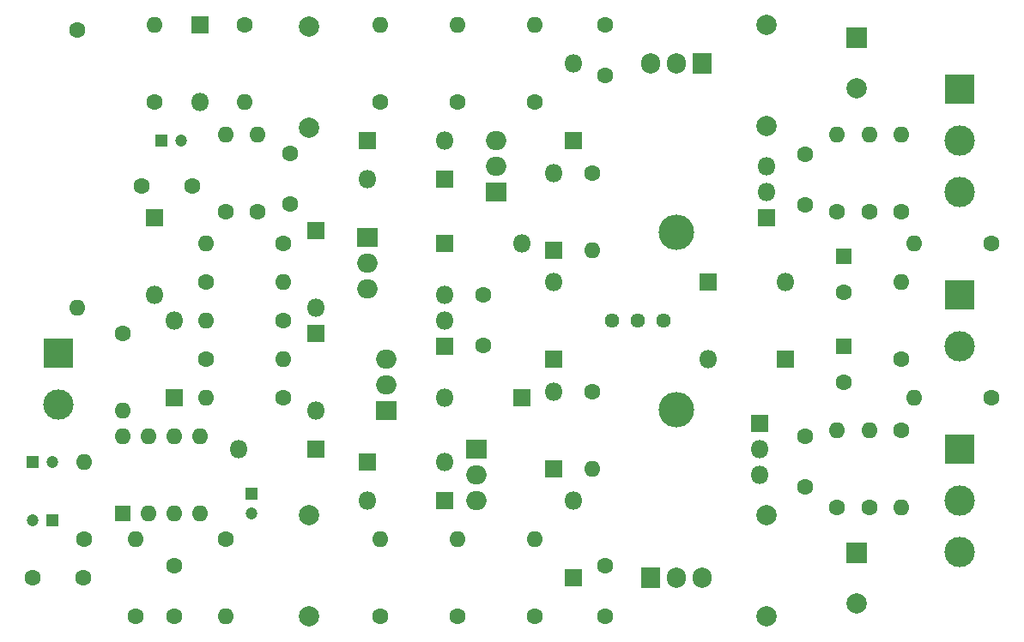
<source format=gbr>
%TF.GenerationSoftware,KiCad,Pcbnew,(5.1.9)-1*%
%TF.CreationDate,2021-06-08T11:17:56-03:00*%
%TF.ProjectId,amp1000,616d7031-3030-4302-9e6b-696361645f70,rev?*%
%TF.SameCoordinates,Original*%
%TF.FileFunction,Soldermask,Top*%
%TF.FilePolarity,Negative*%
%FSLAX46Y46*%
G04 Gerber Fmt 4.6, Leading zero omitted, Abs format (unit mm)*
G04 Created by KiCad (PCBNEW (5.1.9)-1) date 2021-06-08 11:17:56*
%MOMM*%
%LPD*%
G01*
G04 APERTURE LIST*
%ADD10O,1.600000X1.600000*%
%ADD11C,1.600000*%
%ADD12R,1.600000X1.600000*%
%ADD13C,1.440000*%
%ADD14O,1.905000X2.000000*%
%ADD15R,1.905000X2.000000*%
%ADD16O,3.500000X3.500000*%
%ADD17O,1.800000X1.800000*%
%ADD18R,1.800000X1.800000*%
%ADD19O,2.000000X1.905000*%
%ADD20R,2.000000X1.905000*%
%ADD21C,3.000000*%
%ADD22R,3.000000X3.000000*%
%ADD23C,2.000000*%
%ADD24R,2.000000X2.000000*%
%ADD25C,1.200000*%
%ADD26R,1.200000X1.200000*%
G04 APERTURE END LIST*
D10*
%TO.C,R31*%
X169545000Y-104140000D03*
D11*
X177165000Y-104140000D03*
%TD*%
D10*
%TO.C,R30*%
X169545000Y-88900000D03*
D11*
X177165000Y-88900000D03*
%TD*%
D10*
%TO.C,R29*%
X168275000Y-92710000D03*
D11*
X168275000Y-100330000D03*
%TD*%
D10*
%TO.C,R28*%
X168275000Y-114935000D03*
D11*
X168275000Y-107315000D03*
%TD*%
D10*
%TO.C,R27*%
X168275000Y-78105000D03*
D11*
X168275000Y-85725000D03*
%TD*%
D10*
%TO.C,R26*%
X165100000Y-107315000D03*
D11*
X165100000Y-114935000D03*
%TD*%
D10*
%TO.C,R25*%
X165100000Y-78105000D03*
D11*
X165100000Y-85725000D03*
%TD*%
D10*
%TO.C,R24*%
X161925000Y-107315000D03*
D11*
X161925000Y-114935000D03*
%TD*%
D10*
%TO.C,R23*%
X161925000Y-78105000D03*
D11*
X161925000Y-85725000D03*
%TD*%
D10*
%TO.C,R22*%
X137795000Y-89535000D03*
D11*
X137795000Y-81915000D03*
%TD*%
D10*
%TO.C,R20*%
X137795000Y-111125000D03*
D11*
X137795000Y-103505000D03*
%TD*%
D10*
%TO.C,R19*%
X132080000Y-118110000D03*
D11*
X132080000Y-125730000D03*
%TD*%
D10*
%TO.C,R18*%
X132080000Y-67310000D03*
D11*
X132080000Y-74930000D03*
%TD*%
D10*
%TO.C,R17*%
X124460000Y-118110000D03*
D11*
X124460000Y-125730000D03*
%TD*%
D10*
%TO.C,R16*%
X99695000Y-104140000D03*
D11*
X107315000Y-104140000D03*
%TD*%
D10*
%TO.C,R15*%
X107315000Y-100330000D03*
D11*
X99695000Y-100330000D03*
%TD*%
D10*
%TO.C,R14*%
X124460000Y-67310000D03*
D11*
X124460000Y-74930000D03*
%TD*%
D10*
%TO.C,R13*%
X99695000Y-96520000D03*
D11*
X107315000Y-96520000D03*
%TD*%
D10*
%TO.C,R12*%
X107315000Y-92710000D03*
D11*
X99695000Y-92710000D03*
%TD*%
D10*
%TO.C,R11*%
X116840000Y-118110000D03*
D11*
X116840000Y-125730000D03*
%TD*%
D10*
%TO.C,R10*%
X116840000Y-67310000D03*
D11*
X116840000Y-74930000D03*
%TD*%
D10*
%TO.C,R9*%
X103505000Y-74930000D03*
D11*
X103505000Y-67310000D03*
%TD*%
D10*
%TO.C,R8*%
X101600000Y-125730000D03*
D11*
X101600000Y-118110000D03*
%TD*%
D10*
%TO.C,R7*%
X92710000Y-118110000D03*
D11*
X92710000Y-125730000D03*
%TD*%
D10*
%TO.C,R6*%
X87630000Y-110490000D03*
D11*
X87630000Y-118110000D03*
%TD*%
D10*
%TO.C,R5*%
X99695000Y-88900000D03*
D11*
X107315000Y-88900000D03*
%TD*%
D10*
%TO.C,R4*%
X104775000Y-78105000D03*
D11*
X104775000Y-85725000D03*
%TD*%
D10*
%TO.C,R3*%
X94615000Y-67310000D03*
D11*
X94615000Y-74930000D03*
%TD*%
D10*
%TO.C,R2*%
X91440000Y-105410000D03*
D11*
X91440000Y-97790000D03*
%TD*%
D10*
%TO.C,R1*%
X101600000Y-78105000D03*
D11*
X101600000Y-85725000D03*
%TD*%
D10*
%TO.C,U1*%
X91440000Y-107950000D03*
X99060000Y-115570000D03*
X93980000Y-107950000D03*
X96520000Y-115570000D03*
X96520000Y-107950000D03*
X93980000Y-115570000D03*
X99060000Y-107950000D03*
D12*
X91440000Y-115570000D03*
%TD*%
D13*
%TO.C,R21*%
X139700000Y-96520000D03*
X142240000Y-96520000D03*
X144780000Y-96520000D03*
%TD*%
D14*
%TO.C,Q9*%
X148590000Y-121920000D03*
X146050000Y-121920000D03*
D15*
X143510000Y-121920000D03*
D16*
X146050000Y-105260000D03*
%TD*%
D14*
%TO.C,Q8*%
X143510000Y-71120000D03*
X146050000Y-71120000D03*
D15*
X148590000Y-71120000D03*
D16*
X146050000Y-87780000D03*
%TD*%
D17*
%TO.C,Q7*%
X154305000Y-111760000D03*
X154305000Y-109220000D03*
D18*
X154305000Y-106680000D03*
%TD*%
D17*
%TO.C,Q6*%
X154940000Y-81280000D03*
X154940000Y-83820000D03*
D18*
X154940000Y-86360000D03*
%TD*%
D17*
%TO.C,Q5*%
X123190000Y-93980000D03*
X123190000Y-96520000D03*
D18*
X123190000Y-99060000D03*
%TD*%
D19*
%TO.C,Q4*%
X126365000Y-114300000D03*
X126365000Y-111760000D03*
D20*
X126365000Y-109220000D03*
%TD*%
D19*
%TO.C,Q3*%
X128270000Y-78740000D03*
X128270000Y-81280000D03*
D20*
X128270000Y-83820000D03*
%TD*%
D19*
%TO.C,Q2*%
X117475000Y-100330000D03*
X117475000Y-102870000D03*
D20*
X117475000Y-105410000D03*
%TD*%
D19*
%TO.C,Q1*%
X115570000Y-93345000D03*
X115570000Y-90805000D03*
D20*
X115570000Y-88265000D03*
%TD*%
D21*
%TO.C,J4*%
X173990000Y-119380000D03*
X173990000Y-114300000D03*
D22*
X173990000Y-109220000D03*
%TD*%
D21*
%TO.C,J3*%
X173990000Y-99060000D03*
D22*
X173990000Y-93980000D03*
%TD*%
D21*
%TO.C,J2*%
X173990000Y-83820000D03*
X173990000Y-78740000D03*
D22*
X173990000Y-73660000D03*
%TD*%
D21*
%TO.C,J1*%
X85090000Y-104775000D03*
D22*
X85090000Y-99695000D03*
%TD*%
D17*
%TO.C,D19*%
X149225000Y-100330000D03*
D18*
X156845000Y-100330000D03*
%TD*%
D17*
%TO.C,D18*%
X156845000Y-92710000D03*
D18*
X149225000Y-92710000D03*
%TD*%
D17*
%TO.C,D17*%
X135890000Y-114300000D03*
D18*
X135890000Y-121920000D03*
%TD*%
D17*
%TO.C,D16*%
X135890000Y-71120000D03*
D18*
X135890000Y-78740000D03*
%TD*%
D17*
%TO.C,D15*%
X133985000Y-103505000D03*
D18*
X133985000Y-111125000D03*
%TD*%
D17*
%TO.C,D14*%
X133985000Y-92710000D03*
D18*
X133985000Y-100330000D03*
%TD*%
D17*
%TO.C,D13*%
X133985000Y-81915000D03*
D18*
X133985000Y-89535000D03*
%TD*%
D17*
%TO.C,D12*%
X123190000Y-104140000D03*
D18*
X130810000Y-104140000D03*
%TD*%
D17*
%TO.C,D11*%
X130810000Y-88900000D03*
D18*
X123190000Y-88900000D03*
%TD*%
D17*
%TO.C,D10*%
X115570000Y-114300000D03*
D18*
X123190000Y-114300000D03*
%TD*%
D17*
%TO.C,D9*%
X123190000Y-110490000D03*
D18*
X115570000Y-110490000D03*
%TD*%
D17*
%TO.C,D8*%
X115570000Y-82550000D03*
D18*
X123190000Y-82550000D03*
%TD*%
D17*
%TO.C,D7*%
X123190000Y-78740000D03*
D18*
X115570000Y-78740000D03*
%TD*%
D17*
%TO.C,D6*%
X110490000Y-105410000D03*
D18*
X110490000Y-97790000D03*
%TD*%
D17*
%TO.C,D5*%
X110490000Y-95250000D03*
D18*
X110490000Y-87630000D03*
%TD*%
D17*
%TO.C,D4*%
X99060000Y-74930000D03*
D18*
X99060000Y-67310000D03*
%TD*%
D17*
%TO.C,D3*%
X102870000Y-109220000D03*
D18*
X110490000Y-109220000D03*
%TD*%
D17*
%TO.C,D2*%
X96520000Y-96520000D03*
D18*
X96520000Y-104140000D03*
%TD*%
D17*
%TO.C,D1*%
X94615000Y-93980000D03*
D18*
X94615000Y-86360000D03*
%TD*%
D23*
%TO.C,C22*%
X163830000Y-73580000D03*
D24*
X163830000Y-68580000D03*
%TD*%
D23*
%TO.C,C21*%
X163830000Y-124460000D03*
D24*
X163830000Y-119460000D03*
%TD*%
D23*
%TO.C,C20*%
X154940000Y-115730000D03*
X154940000Y-125730000D03*
%TD*%
%TO.C,C19*%
X154940000Y-77310000D03*
X154940000Y-67310000D03*
%TD*%
D11*
%TO.C,C18*%
X162560000Y-102560000D03*
D12*
X162560000Y-99060000D03*
%TD*%
D11*
%TO.C,C17*%
X162560000Y-93670000D03*
D12*
X162560000Y-90170000D03*
%TD*%
D11*
%TO.C,C16*%
X139065000Y-72310000D03*
X139065000Y-67310000D03*
%TD*%
%TO.C,C15*%
X139065000Y-120730000D03*
X139065000Y-125730000D03*
%TD*%
%TO.C,C14*%
X158750000Y-112950000D03*
X158750000Y-107950000D03*
%TD*%
%TO.C,C13*%
X158750000Y-85090000D03*
X158750000Y-80090000D03*
%TD*%
%TO.C,C12*%
X127000000Y-93980000D03*
X127000000Y-98980000D03*
%TD*%
D23*
%TO.C,C11*%
X109855000Y-77470000D03*
X109855000Y-67470000D03*
%TD*%
%TO.C,C10*%
X109855000Y-115730000D03*
X109855000Y-125730000D03*
%TD*%
D25*
%TO.C,C9*%
X104140000Y-115570000D03*
D26*
X104140000Y-113570000D03*
%TD*%
D11*
%TO.C,C8*%
X93345000Y-83185000D03*
X98345000Y-83185000D03*
%TD*%
D25*
%TO.C,C7*%
X97250000Y-78740000D03*
D26*
X95250000Y-78740000D03*
%TD*%
D11*
%TO.C,C6*%
X87550000Y-121920000D03*
X82550000Y-121920000D03*
%TD*%
%TO.C,C5*%
X96520000Y-125730000D03*
X96520000Y-120730000D03*
%TD*%
D25*
%TO.C,C4*%
X84550000Y-110490000D03*
D26*
X82550000Y-110490000D03*
%TD*%
D25*
%TO.C,C3*%
X82550000Y-116205000D03*
D26*
X84550000Y-116205000D03*
%TD*%
D11*
%TO.C,C2*%
X107950000Y-85010000D03*
X107950000Y-80010000D03*
%TD*%
D10*
%TO.C,C1*%
X86995000Y-95250000D03*
D11*
X86995000Y-67750000D03*
%TD*%
M02*

</source>
